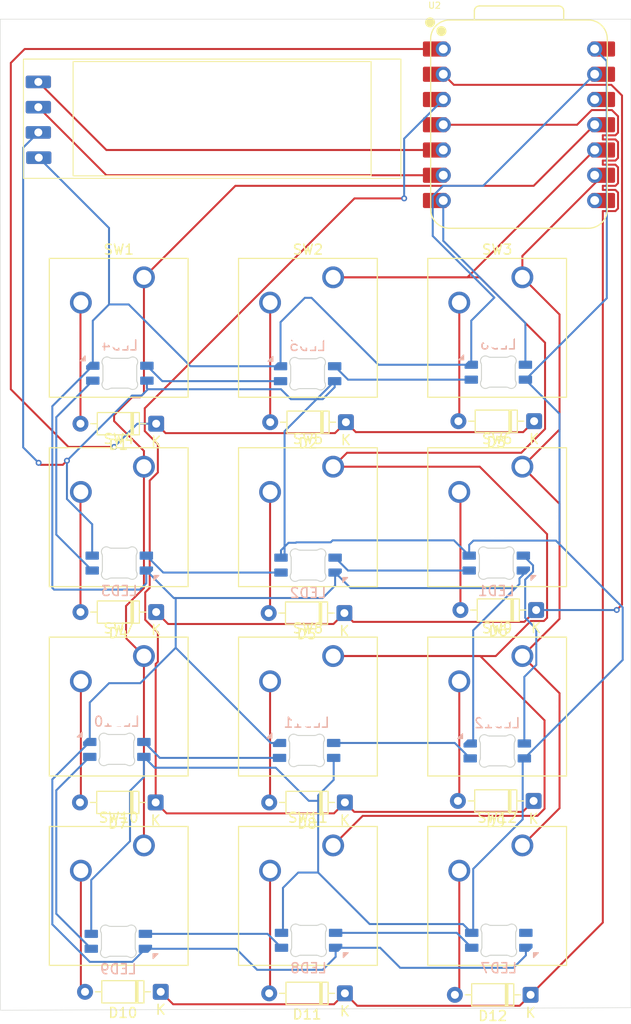
<source format=kicad_pcb>
(kicad_pcb (version 20241229) (generator "pcbnew") (generator_version "9.0")
  (layers (0 "F.Cu" signal) (2 "B.Cu" signal) (13 "F.Paste" user) (15 "B.Paste" user) (5 "F.SilkS" user "F.Silkscreen") (7 "B.SilkS" user "B.Silkscreen") (1 "F.Mask" user) (3 "B.Mask" user) (25 "Edge.Cuts" user))
  (net 0 "")
  (net 1 "Net-(D1-A)")
  (net 2 "Net-(D2-A)")
  (net 3 "Net-(D3-A)")
  (net 4 "Net-(D4-A)")
  (net 5 "Net-(D5-A)")
  (net 6 "Net-(D6-A)")
  (net 7 "Net-(D7-A)")
  (net 8 "Net-(D8-A)")
  (net 9 "Net-(D9-A)")
  (net 10 "Net-(D10-A)")
  (net 11 "Net-(D11-A)")
  (net 12 "Net-(D12-A)")
  (net 13 "GND")
  (net 14 "SCL")
  (net 15 "SDA")
  (net 16 "+5V")
  (net 17 "R2")
  (net 18 "R1")
  (net 19 "C2")
  (net 20 "R0")
  (net 21 "R3")
  (net 22 "LED")
  (net 24 "C1")
  (net 25 "C0")
  (net 27 "Net-(LED5-DOUT)")
  (net 28 "Net-(LED4-DOUT)")
  (net 29 "Net-(LED8-DOUT)")
  (net 30 "Net-(LED7-DOUT)")
  (net 31 "Net-(LED10-DIN)")
  (net 32 "Net-(LED3-DOUT)")
  (net 33 "Net-(LED2-DOUT)")
  (net 34 "Net-(LED1-DOUT)")
  (net 35 "Net-(LED1-DIN)")
  (net 36 "Net-(LED10-DOUT)")
  (net 37 "Net-(LED11-DOUT)")
  (footprint "Diode_THT:D_DO-35_SOD27_P7.62mm_Horizontal" (layer "F.Cu") (at 148.438 125.5576 180)
    (property "Reference" "D8")
    (property "Value" "1N4148")
  )
  (footprint "Diode_THT:D_DO-35_SOD27_P7.62mm_Horizontal" (layer "F.Cu") (at 129.4388 87.4576 180)
    (property "Reference" "D1")
    (property "Value" "1N4148")
  )
  (footprint "Button_Switch_Keyboard:SW_Cherry_MX_1.00u_PCB" (layer "F.Cu") (at 147.2569 129.88195)
    (property "Reference" "SW11")
    (property "Value" "SW_Push")
  )
  (footprint "Button_Switch_Keyboard:SW_Cherry_MX_1.00u_PCB" (layer "F.Cu") (at 128.2069 91.78195)
    (property "Reference" "SW4")
    (property "Value" "SW_Push")
  )
  (footprint "Diode_THT:D_DO-35_SOD27_P7.62mm_Horizontal" (layer "F.Cu") (at 129.388 125.5576 180)
    (property "Reference" "D7")
    (property "Value" "1N4148")
  )
  (footprint "Button_Switch_Keyboard:SW_Cherry_MX_1.00u_PCB" (layer "F.Cu") (at 147.2569 110.83195)
    (property "Reference" "SW8")
    (property "Value" "SW_Push")
  )
  (footprint "Diode_THT:D_DO-35_SOD27_P7.62mm_Horizontal" (layer "F.Cu") (at 148.3872 106.5076 180)
    (property "Reference" "D5")
    (property "Value" "1N4148")
  )
  (footprint "Button_Switch_Keyboard:SW_Cherry_MX_1.00u_PCB" (layer "F.Cu") (at 128.2069 72.73195)
    (property "Reference" "SW1")
    (property "Value" "SW_Push")
  )
  (footprint "Diode_THT:D_DO-35_SOD27_P7.62mm_Horizontal" (layer "F.Cu") (at 148.5396 87.3052 180)
    (property "Reference" "D2")
    (property "Value" "1N4148")
  )
  (footprint "Diode_THT:D_DO-35_SOD27_P7.62mm_Horizontal" (layer "F.Cu") (at 148.438 144.76 180)
    (property "Reference" "D11")
    (property "Value" "1N4148")
  )
  (footprint "Button_Switch_Keyboard:SW_Cherry_MX_1.00u_PCB" (layer "F.Cu") (at 166.3069 72.73195)
    (property "Reference" "SW3")
    (property "Value" "SW_Push")
  )
  (footprint "Diode_THT:D_DO-35_SOD27_P7.62mm_Horizontal" (layer "F.Cu") (at 129.896 144.6076 180)
    (property "Reference" "D10")
    (property "Value" "1N4148")
  )
  (footprint "Diode_THT:D_DO-35_SOD27_P7.62mm_Horizontal" (layer "F.Cu") (at 167.1324 144.9124 180)
    (property "Reference" "D12")
    (property "Value" "1N4148")
  )
  (footprint "Diode_THT:D_DO-35_SOD27_P7.62mm_Horizontal" (layer "F.Cu") (at 167.4372 125.4052 180)
    (property "Reference" "D9")
    (property "Value" "1N4148")
  )
  (footprint "sad:XIAO-RP2040-DIP" (layer "F.Cu") (at 165.964 57.384)
    (property "Reference" "U2")
    (property "Value" "XIAO-RP2040-DIP")
  )
  (footprint "Button_Switch_Keyboard:SW_Cherry_MX_1.00u_PCB" (layer "F.Cu") (at 147.2569 72.73195)
    (property "Reference" "SW2")
    (property "Value" "SW_Push")
  )
  (footprint "Button_Switch_Keyboard:SW_Cherry_MX_1.00u_PCB" (layer "F.Cu") (at 166.3069 91.78195)
    (property "Reference" "SW6")
    (property "Value" "SW_Push")
  )
  (footprint "Diode_THT:D_DO-35_SOD27_P7.62mm_Horizontal" (layer "F.Cu") (at 129.4388 106.406 180)
    (property "Reference" "D4")
    (property "Value" "1N4148")
  )
  (footprint "Button_Switch_Keyboard:SW_Cherry_MX_1.00u_PCB" (layer "F.Cu") (at 147.2569 91.78195)
    (property "Reference" "SW5")
    (property "Value" "SW_Push")
  )
  (footprint "Diode_THT:D_DO-35_SOD27_P7.62mm_Horizontal" (layer "F.Cu") (at 167.6912 106.2028 180)
    (property "Reference" "D6")
    (property "Value" "1N4148")
  )
  (footprint "Button_Switch_Keyboard:SW_Cherry_MX_1.00u_PCB" (layer "F.Cu") (at 128.2069 110.83195)
    (property "Reference" "SW7")
    (property "Value" "SW_Push")
  )
  (footprint "Button_Switch_Keyboard:SW_Cherry_MX_1.00u_PCB" (layer "F.Cu") (at 166.3069 110.83195)
    (property "Reference" "SW9")
    (property "Value" "SW_Push")
  )
  (footprint "Button_Switch_Keyboard:SW_Cherry_MX_1.00u_PCB" (layer "F.Cu") (at 128.2069 129.88195)
    (property "Reference" "SW10")
    (property "Value" "SW_Push")
  )
  (footprint "Diode_THT:D_DO-35_SOD27_P7.62mm_Horizontal" (layer "F.Cu") (at 167.488 87.2036 180)
    (property "Reference" "D3")
    (property "Value" "1N4148")
  )
  (footprint "Button_Switch_Keyboard:SW_Cherry_MX_1.00u_PCB" (layer "F.Cu") (at 166.3069 129.88195)
    (property "Reference" "SW12")
    (property "Value" "SW_Push")
  )
  (footprint "Display:Adafruit_SSD1306" (layer "F.Cu") (at 116.076 62.776)
    (property "Reference" "OL1" (hide yes))
    (property "Value" "OLED" (hide yes))
  )
  (footprint "PCM_marbastlib-various:LED_6028R" (layer "B.Cu") (at 125.7812 82.3776)
    (property "Reference" "LED4")
    (property "Value" "SK6812MINI-E")
    (fp_line (start -1.699999 0.702843) (end -1.699999 -0.702841) (stroke (width 0.1)) (layer "Edge.Cuts"))
    (fp_line (start -0.794452 -1.499999) (end 0.794452 -1.499999) (stroke (width 0.1)) (layer "Edge.Cuts"))
    (fp_line (start 0.794452 1.5) (end -0.794453 1.5) (stroke (width 0.1)) (layer "Edge.Cuts"))
    (fp_line (start 1.699999 -0.702841) (end 1.699999 0.702843) (stroke (width 0.1)) (layer "Edge.Cuts"))
    (fp_arc (start -1.749484 -0.919719) (mid -1.712527 -0.814067) (end -1.699999 -0.702841) (stroke (width 0.1)) (layer "Edge.Cuts"))
    (fp_arc (start -1.749484 -0.919718) (mid -1.638072 -1.504034) (end -1.046711 -1.568298) (stroke (width 0.1)) (layer "Edge.Cuts"))
    (fp_arc (start -1.699999 0.702844) (mid -1.712527 0.814069) (end -1.749484 0.919721) (stroke (width 0.1)) (layer "Edge.Cuts"))
    (fp_arc (start -1.046711 1.568299) (mid -1.638071 1.504036) (end -1.749484 0.919721) (stroke (width 0.1)) (layer "Edge.Cuts"))
    (fp_arc (start -1.046711 1.568299) (mid -0.925123 1.517377) (end -0.794453 1.5) (stroke (width 0.1)) (layer "Edge.Cuts"))
    (fp_arc (start -0.794452 -1.499999) (mid -0.925123 -1.517376) (end -1.046711 -1.568298) (stroke (width 0.1)) (layer "Edge.Cuts"))
    (fp_arc (start 0.794453 1.500001) (mid 0.925123 1.517378) (end 1.046711 1.5683) (stroke (width 0.1)) (layer "Edge.Cuts"))
    (fp_arc (start 1.04671 -1.568298) (mid 0.925122 -1.517376) (end 0.794452 -1.499999) (stroke (width 0.1)) (layer "Edge.Cuts"))
    (fp_arc (start 1.046711 -1.568296) (mid 1.63807 -1.504033) (end 1.749484 -0.919719) (stroke (width 0.1)) (layer "Edge.Cuts"))
    (fp_arc (start 1.699999 -0.702842) (mid 1.712536 -0.814064) (end 1.749484 -0.919719) (stroke (width 0.1)) (layer "Edge.Cuts"))
    (fp_arc (start 1.749484 0.919721) (mid 1.638072 1.504036) (end 1.046711 1.5683) (stroke (width 0.1)) (layer "Edge.Cuts"))
    (fp_arc (start 1.749484 0.919721) (mid 1.712526 0.814069) (end 1.699999 0.702843) (stroke (width 0.1)) (layer "Edge.Cuts"))
  )
  (footprint "PCM_marbastlib-various:LED_6028R" (layer "B.Cu") (at 163.8871 82.275999)
    (property "Reference" "LED6")
    (property "Value" "SK6812MINI-E")
    (fp_line (start -1.699999 0.702843) (end -1.699999 -0.702841) (stroke (width 0.1)) (layer "Edge.Cuts"))
    (fp_line (start -0.794452 -1.499999) (end 0.794452 -1.499999) (stroke (width 0.1)) (layer "Edge.Cuts"))
    (fp_line (start 0.794452 1.5) (end -0.794453 1.5) (stroke (width 0.1)) (layer "Edge.Cuts"))
    (fp_line (start 1.699999 -0.702841) (end 1.699999 0.702843) (stroke (width 0.1)) (layer "Edge.Cuts"))
    (fp_arc (start -1.749484 -0.919719) (mid -1.712527 -0.814067) (end -1.699999 -0.702841) (stroke (width 0.1)) (layer "Edge.Cuts"))
    (fp_arc (start -1.749484 -0.919718) (mid -1.638072 -1.504034) (end -1.046711 -1.568298) (stroke (width 0.1)) (layer "Edge.Cuts"))
    (fp_arc (start -1.699999 0.702844) (mid -1.712527 0.814069) (end -1.749484 0.919721) (stroke (width 0.1)) (layer "Edge.Cuts"))
    (fp_arc (start -1.046711 1.568299) (mid -1.638071 1.504036) (end -1.749484 0.919721) (stroke (width 0.1)) (layer "Edge.Cuts"))
    (fp_arc (start -1.046711 1.568299) (mid -0.925123 1.517377) (end -0.794453 1.5) (stroke (width 0.1)) (layer "Edge.Cuts"))
    (fp_arc (start -0.794452 -1.499999) (mid -0.925123 -1.517376) (end -1.046711 -1.568298) (stroke (width 0.1)) (layer "Edge.Cuts"))
    (fp_arc (start 0.794453 1.500001) (mid 0.925123 1.517378) (end 1.046711 1.5683) (stroke (width 0.1)) (layer "Edge.Cuts"))
    (fp_arc (start 1.04671 -1.568298) (mid 0.925122 -1.517376) (end 0.794452 -1.499999) (stroke (width 0.1)) (layer "Edge.Cuts"))
    (fp_arc (start 1.046711 -1.568296) (mid 1.63807 -1.504033) (end 1.749484 -0.919719) (stroke (width 0.1)) (layer "Edge.Cuts"))
    (fp_arc (start 1.699999 -0.702842) (mid 1.712536 -0.814064) (end 1.749484 -0.919719) (stroke (width 0.1)) (layer "Edge.Cuts"))
    (fp_arc (start 1.749484 0.919721) (mid 1.638072 1.504036) (end 1.046711 1.5683) (stroke (width 0.1)) (layer "Edge.Cuts"))
    (fp_arc (start 1.749484 0.919721) (mid 1.712526 0.814069) (end 1.699999 0.702843) (stroke (width 0.1)) (layer "Edge.Cuts"))
  )
  (footprint "PCM_marbastlib-various:LED_6028R" (layer "B.Cu") (at 163.678 101.4784 180)
    (property "Reference" "LED1")
    (property "Value" "SK6812MINI-E")
    (fp_line (start 1.699999 -0.702841) (end 1.699999 0.702843) (stroke (width 0.1)) (layer "Edge.Cuts"))
    (fp_line (start 0.794452 1.5) (end -0.794453 1.5) (stroke (width 0.1)) (layer "Edge.Cuts"))
    (fp_line (start -0.794452 -1.499999) (end 0.794452 -1.499999) (stroke (width 0.1)) (layer "Edge.Cuts"))
    (fp_line (start -1.699999 0.702843) (end -1.699999 -0.702841) (stroke (width 0.1)) (layer "Edge.Cuts"))
    (fp_arc (start 1.749484 0.919721) (mid 1.712526 0.814069) (end 1.699999 0.702843) (stroke (width 0.1)) (layer "Edge.Cuts"))
    (fp_arc (start 1.749484 0.919721) (mid 1.638072 1.504036) (end 1.046711 1.5683) (stroke (width 0.1)) (layer "Edge.Cuts"))
    (fp_arc (start 1.699999 -0.702842) (mid 1.712536 -0.814064) (end 1.749484 -0.919719) (stroke (width 0.1)) (layer "Edge.Cuts"))
    (fp_arc (start 1.046711 -1.568296) (mid 1.63807 -1.504033) (end 1.749484 -0.919719) (stroke (width 0.1)) (layer "Edge.Cuts"))
    (fp_arc (start 1.04671 -1.568298) (mid 0.925122 -1.517376) (end 0.794452 -1.499999) (stroke (width 0.1)) (layer "Edge.Cuts"))
    (fp_arc (start 0.794453 1.500001) (mid 0.925123 1.517378) (end 1.046711 1.5683) (stroke (width 0.1)) (layer "Edge.Cuts"))
    (fp_arc (start -0.794452 -1.499999) (mid -0.925123 -1.517376) (end -1.046711 -1.568298) (stroke (width 0.1)) (layer "Edge.Cuts"))
    (fp_arc (start -1.046711 1.568299) (mid -0.925123 1.517377) (end -0.794453 1.5) (stroke (width 0.1)) (layer "Edge.Cuts"))
    (fp_arc (start -1.046711 1.568299) (mid -1.638071 1.504036) (end -1.749484 0.919721) (stroke (width 0.1)) (layer "Edge.Cuts"))
    (fp_arc (start -1.699999 0.702844) (mid -1.712527 0.814069) (end -1.749484 0.919721) (stroke (width 0.1)) (layer "Edge.Cuts"))
    (fp_arc (start -1.749484 -0.919718) (mid -1.638072 -1.504034) (end -1.046711 -1.568298) (stroke (width 0.1)) (layer "Edge.Cuts"))
    (fp_arc (start -1.749484 -0.919719) (mid -1.712527 -0.814067) (end -1.699999 -0.702841) (stroke (width 0.1)) (layer "Edge.Cuts"))
  )
  (footprint "PCM_marbastlib-various:LED_6028R" (layer "B.Cu") (at 125.4764 120.2236)
    (property "Reference" "LED10")
    (property "Value" "SK6812MINI-E")
    (fp_line (start -1.699999 0.702843) (end -1.699999 -0.702841) (stroke (width 0.1)) (layer "Edge.Cuts"))
    (fp_line (start -0.794452 -1.499999) (end 0.794452 -1.499999) (stroke (width 0.1)) (layer "Edge.Cuts"))
    (fp_line (start 0.794452 1.5) (end -0.794453 1.5) (stroke (width 0.1)) (layer "Edge.Cuts"))
    (fp_line (start 1.699999 -0.702841) (end 1.699999 0.702843) (stroke (width 0.1)) (layer "Edge.Cuts"))
    (fp_arc (start -1.749484 -0.919719) (mid -1.712527 -0.814067) (end -1.699999 -0.702841) (stroke (width 0.1)) (layer "Edge.Cuts"))
    (fp_arc (start -1.749484 -0.919718) (mid -1.638072 -1.504034) (end -1.046711 -1.568298) (stroke (width 0.1)) (layer "Edge.Cuts"))
    (fp_arc (start -1.699999 0.702844) (mid -1.712527 0.814069) (end -1.749484 0.919721) (stroke (width 0.1)) (layer "Edge.Cuts"))
    (fp_arc (start -1.046711 1.568299) (mid -1.638071 1.504036) (end -1.749484 0.919721) (stroke (width 0.1)) (layer "Edge.Cuts"))
    (fp_arc (start -1.046711 1.568299) (mid -0.925123 1.517377) (end -0.794453 1.5) (stroke (width 0.1)) (layer "Edge.Cuts"))
    (fp_arc (start -0.794452 -1.499999) (mid -0.925123 -1.517376) (end -1.046711 -1.568298) (stroke (width 0.1)) (layer "Edge.Cuts"))
    (fp_arc (start 0.794453 1.500001) (mid 0.925123 1.517378) (end 1.046711 1.5683) (stroke (width 0.1)) (layer "Edge.Cuts"))
    (fp_arc (start 1.04671 -1.568298) (mid 0.925122 -1.517376) (end 0.794452 -1.499999) (stroke (width 0.1)) (layer "Edge.Cuts"))
    (fp_arc (start 1.046711 -1.568296) (mid 1.63807 -1.504033) (end 1.749484 -0.919719) (stroke (width 0.1)) (layer "Edge.Cuts"))
    (fp_arc (start 1.699999 -0.702842) (mid 1.712536 -0.814064) (end 1.749484 -0.919719) (stroke (width 0.1)) (layer "Edge.Cuts"))
    (fp_arc (start 1.749484 0.919721) (mid 1.638072 1.504036) (end 1.046711 1.5683) (stroke (width 0.1)) (layer "Edge.Cuts"))
    (fp_arc (start 1.749484 0.919721) (mid 1.712526 0.814069) (end 1.699999 0.702843) (stroke (width 0.1)) (layer "Edge.Cuts"))
  )
  (footprint "PCM_marbastlib-various:LED_6028R" (layer "B.Cu") (at 144.5831 120.325199)
    (property "Reference" "LED11")
    (property "Value" "SK6812MINI-E")
    (fp_line (start -1.699999 0.702843) (end -1.699999 -0.702841) (stroke (width 0.1)) (layer "Edge.Cuts"))
    (fp_line (start -0.794452 -1.499999) (end 0.794452 -1.499999) (stroke (width 0.1)) (layer "Edge.Cuts"))
    (fp_line (start 0.794452 1.5) (end -0.794453 1.5) (stroke (width 0.1)) (layer "Edge.Cuts"))
    (fp_line (start 1.699999 -0.702841) (end 1.699999 0.702843) (stroke (width 0.1)) (layer "Edge.Cuts"))
    (fp_arc (start -1.749484 -0.919719) (mid -1.712527 -0.814067) (end -1.699999 -0.702841) (stroke (width 0.1)) (layer "Edge.Cuts"))
    (fp_arc (start -1.749484 -0.919718) (mid -1.638072 -1.504034) (end -1.046711 -1.568298) (stroke (width 0.1)) (layer "Edge.Cuts"))
    (fp_arc (start -1.699999 0.702844) (mid -1.712527 0.814069) (end -1.749484 0.919721) (stroke (width 0.1)) (layer "Edge.Cuts"))
    (fp_arc (start -1.046711 1.568299) (mid -1.638071 1.504036) (end -1.749484 0.919721) (stroke (width 0.1)) (layer "Edge.Cuts"))
    (fp_arc (start -1.046711 1.568299) (mid -0.925123 1.517377) (end -0.794453 1.5) (stroke (width 0.1)) (layer "Edge.Cuts"))
    (fp_arc (start -0.794452 -1.499999) (mid -0.925123 -1.517376) (end -1.046711 -1.568298) (stroke (width 0.1)) (layer "Edge.Cuts"))
    (fp_arc (start 0.794453 1.500001) (mid 0.925123 1.517378) (end 1.046711 1.5683) (stroke (width 0.1)) (layer "Edge.Cuts"))
    (fp_arc (start 1.04671 -1.568298) (mid 0.925122 -1.517376) (end 0.794452 -1.499999) (stroke (width 0.1)) (layer "Edge.Cuts"))
    (fp_arc (start 1.046711 -1.568296) (mid 1.63807 -1.504033) (end 1.749484 -0.919719) (stroke (width 0.1)) (layer "Edge.Cuts"))
    (fp_arc (start 1.699999 -0.702842) (mid 1.712536 -0.814064) (end 1.749484 -0.919719) (stroke (width 0.1)) (layer "Edge.Cuts"))
    (fp_arc (start 1.749484 0.919721) (mid 1.638072 1.504036) (end 1.046711 1.5683) (stroke (width 0.1)) (layer "Edge.Cuts"))
    (fp_arc (start 1.749484 0.919721) (mid 1.712526 0.814069) (end 1.699999 0.702843) (stroke (width 0.1)) (layer "Edge.Cuts"))
  )
  (footprint "PCM_marbastlib-various:LED_6028R" (layer "B.Cu") (at 125.7245 101.478401 180)
    (property "Reference" "LED3")
    (property "Value" "SK6812MINI-E")
    (fp_line (start 1.699999 -0.702841) (end 1.699999 0.702843) (stroke (width 0.1)) (layer "Edge.Cuts"))
    (fp_line (start 0.794452 1.5) (end -0.794453 1.5) (stroke (width 0.1)) (layer "Edge.Cuts"))
    (fp_line (start -0.794452 -1.499999) (end 0.794452 -1.499999) (stroke (width 0.1)) (layer "Edge.Cuts"))
    (fp_line (start -1.699999 0.702843) (end -1.699999 -0.702841) (stroke (width 0.1)) (layer "Edge.Cuts"))
    (fp_arc (start 1.749484 0.919721) (mid 1.712526 0.814069) (end 1.699999 0.702843) (stroke (width 0.1)) (layer "Edge.Cuts"))
    (fp_arc (start 1.749484 0.919721) (mid 1.638072 1.504036) (end 1.046711 1.5683) (stroke (width 0.1)) (layer "Edge.Cuts"))
    (fp_arc (start 1.699999 -0.702842) (mid 1.712536 -0.814064) (end 1.749484 -0.919719) (stroke (width 0.1)) (layer "Edge.Cuts"))
    (fp_arc (start 1.046711 -1.568296) (mid 1.63807 -1.504033) (end 1.749484 -0.919719) (stroke (width 0.1)) (layer "Edge.Cuts"))
    (fp_arc (start 1.04671 -1.568298) (mid 0.925122 -1.517376) (end 0.794452 -1.499999) (stroke (width 0.1)) (layer "Edge.Cuts"))
    (fp_arc (start 0.794453 1.500001) (mid 0.925123 1.517378) (end 1.046711 1.5683) (stroke (width 0.1)) (layer "Edge.Cuts"))
    (fp_arc (start -0.794452 -1.499999) (mid -0.925123 -1.517376) (end -1.046711 -1.568298) (stroke (width 0.1)) (layer "Edge.Cuts"))
    (fp_arc (start -1.046711 1.568299) (mid -0.925123 1.517377) (end -0.794453 1.5) (stroke (width 0.1)) (layer "Edge.Cuts"))
    (fp_arc (start -1.046711 1.568299) (mid -1.638071 1.504036) (end -1.749484 0.919721) (stroke (width 0.1)) (layer "Edge.Cuts"))
    (fp_arc (start -1.699999 0.702844) (mid -1.712527 0.814069) (end -1.749484 0.919721) (stroke (width 0.1)) (layer "Edge.Cuts"))
    (fp_arc (start -1.749484 -0.919718) (mid -1.638072 -1.504034) (end -1.046711 -1.568298) (stroke (width 0.1)) (layer "Edge.Cuts"))
    (fp_arc (start -1.749484 -0.919719) (mid -1.712527 -0.814067) (end -1.699999 -0.702841) (stroke (width 0.1)) (layer "Edge.Cuts"))
  )
  (footprint "PCM_marbastlib-various:LED_6028R" (layer "B.Cu") (at 144.6847 82.428399)
    (property "Reference" "LED5")
    (property "Value" "SK6812MINI-E")
    (fp_line (start -1.699999 0.702843) (end -1.699999 -0.702841) (stroke (width 0.1)) (layer "Edge.Cuts"))
    (fp_line (start -0.794452 -1.499999) (end 0.794452 -1.499999) (stroke (width 0.1)) (layer "Edge.Cuts"))
    (fp_line (start 0.794452 1.5) (end -0.794453 1.5) (stroke (width 0.1)) (layer "Edge.Cuts"))
    (fp_line (start 1.699999 -0.702841) (end 1.699999 0.702843) (stroke (width 0.1)) (layer "Edge.Cuts"))
    (fp_arc (start -1.749484 -0.919719) (mid -1.712527 -0.814067) (end -1.699999 -0.702841) (stroke (width 0.1)) (layer "Edge.Cuts"))
    (fp_arc (start -1.749484 -0.919718) (mid -1.638072 -1.504034) (end -1.046711 -1.568298) (stroke (width 0.1)) (layer "Edge.Cuts"))
    (fp_arc (start -1.699999 0.702844) (mid -1.712527 0.814069) (end -1.749484 0.919721) (stroke (width 0.1)) (layer "Edge.Cuts"))
    (fp_arc (start -1.046711 1.568299) (mid -1.638071 1.504036) (end -1.749484 0.919721) (stroke (width 0.1)) (layer "Edge.Cuts"))
    (fp_arc (start -1.046711 1.568299) (mid -0.925123 1.517377) (end -0.794453 1.5) (stroke (width 0.1)) (layer "Edge.Cuts"))
    (fp_arc (start -0.794452 -1.499999) (mid -0.925123 -1.517376) (end -1.046711 -1.568298) (stroke (width 0.1)) (layer "Edge.Cuts"))
    (fp_arc (start 0.794453 1.500001) (mid 0.925123 1.517378) (end 1.046711 1.5683) (stroke (width 0.1)) (layer "Edge.Cuts"))
    (fp_arc (start 1.04671 -1.568298) (mid 0.925122 -1.517376) (end 0.794452 -1.499999) (stroke (width 0.1)) (layer "Edge.Cuts"))
    (fp_arc (start 1.046711 -1.568296) (mid 1.63807 -1.504033) (end 1.749484 -0.919719) (stroke (width 0.1)) (layer "Edge.Cuts"))
    (fp_arc (start 1.699999 -0.702842) (mid 1.712536 -0.814064) (end 1.749484 -0.919719) (stroke (width 0.1)) (layer "Edge.Cuts"))
    (fp_arc (start 1.749484 0.919721) (mid 1.638072 1.504036) (end 1.046711 1.5683) (stroke (width 0.1)) (layer "Edge.Cuts"))
    (fp_arc (start 1.749484 0.919721) (mid 1.712526 0.814069) (end 1.699999 0.702843) (stroke (width 0.1)) (layer "Edge.Cuts"))
  )
  (footprint "PCM_marbastlib-various:LED_6028R" (layer "B.Cu") (at 163.7796 120.376)
    (property "Reference" "LED12")
    (property "Value" "SK6812MINI-E")
    (fp_line (start -1.699999 0.702843) (end -1.699999 -0.702841) (stroke (width 0.1)) (layer "Edge.Cuts"))
    (fp_line (start -0.794452 -1.499999) (end 0.794452 -1.499999) (stroke (width 0.1)) (layer "Edge.Cuts"))
    (fp_line (start 0.794452 1.5) (end -0.794453 1.5) (stroke (width 0.1)) (layer "Edge.Cuts"))
    (fp_line (start 1.699999 -0.702841) (end 1.699999 0.702843) (stroke (width 0.1)) (layer "Edge.Cuts"))
    (fp_arc (start -1.749484 -0.919719) (mid -1.712527 -0.814067) (end -1.699999 -0.702841) (stroke (width 0.1)) (layer "Edge.Cuts"))
    (fp_arc (start -1.749484 -0.919718) (mid -1.638072 -1.504034) (end -1.046711 -1.568298) (stroke (width 0.1)) (layer "Edge.Cuts"))
    (fp_arc (start -1.699999 0.702844) (mid -1.712527 0.814069) (end -1.749484 0.919721) (stroke (width 0.1)) (layer "Edge.Cuts"))
    (fp_arc (start -1.046711 1.568299) (mid -1.638071 1.504036) (end -1.749484 0.919721) (stroke (width 0.1)) (layer "Edge.Cuts"))
    (fp_arc (start -1.046711 1.568299) (mid -0.925123 1.517377) (end -0.794453 1.5) (stroke (width 0.1)) (layer "Edge.Cuts"))
    (fp_arc (start -0.794452 -1.499999) (mid -0.925123 -1.517376) (end -1.046711 -1.568298) (stroke (width 0.1)) (layer "Edge.Cuts"))
    (fp_arc (start 0.794453 1.500001) (mid 0.925123 1.517378) (end 1.046711 1.5683) (stroke (width 0.1)) (layer "Edge.Cuts"))
    (fp_arc (start 1.04671 -1.568298) (mid 0.925122 -1.517376) (end 0.794452 -1.499999) (stroke (width 0.1)) (layer "Edge.Cuts"))
    (fp_arc (start 1.046711 -1.568296) (mid 1.63807 -1.504033) (end 1.749484 -0.919719) (stroke (width 0.1)) (layer "Edge.Cuts"))
    (fp_arc (start 1.699999 -0.702842) (mid 1.712536 -0.814064) (end 1.749484 -0.919719) (stroke (width 0.1)) (layer "Edge.Cuts"))
    (fp_arc (start 1.749484 0.919721) (mid 1.638072 1.504036) (end 1.046711 1.5683) (stroke (width 0.1)) (layer "Edge.Cuts"))
    (fp_arc (start 1.749484 0.919721) (mid 1.712526 0.814069) (end 1.699999 0.702843) (stroke (width 0.1)) (layer "Edge.Cuts"))
  )
  (footprint "PCM_marbastlib-various:LED_6028R" (layer "B.Cu") (at 125.6288 139.5276 180)
    (property "Reference" "LED9")
    (property "Value" "SK6812MINI-E")
    (fp_line (start 1.699999 -0.702841) (end 1.699999 0.702843) (stroke (width 0.1)) (layer "Edge.Cuts"))
    (fp_line (start 0.794452 1.5) (end -0.794453 1.5) (stroke (width 0.1)) (layer "Edge.Cuts"))
    (fp_line (start -0.794452 -1.499999) (end 0.794452 -1.499999) (stroke (width 0.1)) (layer "Edge.Cuts"))
    (fp_line (start -1.699999 0.702843) (end -1.699999 -0.702841) (stroke (width 0.1)) (layer "Edge.Cuts"))
    (fp_arc (start 1.749484 0.919721) (mid 1.712526 0.814069) (end 1.699999 0.702843) (stroke (width 0.1)) (layer "Edge.Cuts"))
    (fp_arc (start 1.749484 0.919721) (mid 1.638072 1.504036) (end 1.046711 1.5683) (stroke (width 0.1)) (layer "Edge.Cuts"))
    (fp_arc (start 1.699999 -0.702842) (mid 1.712536 -0.814064) (end 1.749484 -0.919719) (stroke (width 0.1)) (layer "Edge.Cuts"))
    (fp_arc (start 1.046711 -1.568296) (mid 1.63807 -1.504033) (end 1.749484 -0.919719) (stroke (width 0.1)) (layer "Edge.Cuts"))
    (fp_arc (start 1.04671 -1.568298) (mid 0.925122 -1.517376) (end 0.794452 -1.499999) (stroke (width 0.1)) (layer "Edge.Cuts"))
    (fp_arc (start 0.794453 1.500001) (mid 0.925123 1.517378) (end 1.046711 1.5683) (stroke (width 0.1)) (layer "Edge.Cuts"))
    (fp_arc (start -0.794452 -1.499999) (mid -0.925123 -1.517376) (end -1.046711 -1.568298) (stroke (width 0.1)) (layer "Edge.Cuts"))
    (fp_arc (start -1.046711 1.568299) (mid -0.925123 1.517377) (end -0.794453 1.5) (stroke (width 0.1)) (layer "Edge.Cuts"))
    (fp_arc (start -1.046711 1.568299) (mid -1.638071 1.504036) (end -1.749484 0.919721) (stroke (width 0.1)) (layer "Edge.Cuts"))
    (fp_arc (start -1.699999 0.702844) (mid -1.712527 0.814069) (end -1.749484 0.919721) (stroke (width 0.1)) (layer "Edge.Cuts"))
    (fp_arc (start -1.749484 -0.919718) (mid -1.638072 -1.504034) (end -1.046711 -1.568298) (stroke (width 0.1)) (layer "Edge.Cuts"))
    (fp_arc (start -1.749484 -0.919719) (mid -1.712527 -0.814067) (end -1.699999 -0.702841) (stroke (width 0.1)) (layer "Edge.Cuts"))
  )
  (footprint "PCM_marbastlib-various:LED_6028R" (layer "B.Cu") (at 163.932 139.426 180)
    (property "Reference" "LED7")
    (property "Value" "SK6812MINI-E")
    (fp_line (start 1.699999 -0.702841) (end 1.699999 0.702843) (stroke (width 0.1)) (layer "Edge.Cuts"))
    (fp_line (start 0.794452 1.5) (end -0.794453 1.5) (stroke (width 0.1)) (layer "Edge.Cuts"))
    (fp_line (start -0.794452 -1.499999) (end 0.794452 -1.499999) (stroke (width 0.1)) (layer "Edge.Cuts"))
    (fp_line (start -1.699999 0.702843) (end -1.699999 -0.702841) (stroke (width 0.1)) (layer "Edge.Cuts"))
    (fp_arc (start 1.749484 0.919721) (mid 1.712526 0.814069) (end 1.699999 0.702843) (stroke (width 0.1)) (layer "Edge.Cuts"))
    (fp_arc (start 1.749484 0.919721) (mid 1.638072 1.504036) (end 1.046711 1.5683) (stroke (width 0.1)) (layer "Edge.Cuts"))
    (fp_arc (start 1.699999 -0.702842) (mid 1.712536 -0.814064) (end 1.749484 -0.919719) (stroke (width 0.1)) (layer "Edge.Cuts"))
    (fp_arc (start 1.046711 -1.568296) (mid 1.63807 -1.504033) (end 1.749484 -0.919719) (stroke (width 0.1)) (layer "Edge.Cuts"))
    (fp_arc (start 1.04671 -1.568298) (mid 0.925122 -1.517376) (end 0.794452 -1.499999) (stroke (width 0.1)) (layer "Edge.Cuts"))
    (fp_arc (start 0.794453 1.500001) (mid 0.925123 1.517378) (end 1.046711 1.5683) (stroke (width 0.1)) (layer "Edge.Cuts"))
    (fp_arc (start -0.794452 -1.499999) (mid -0.925123 -1.517376) (end -1.046711 -1.568298) (stroke (width 0.1)) (layer "Edge.Cuts"))
    (fp_arc (start -1.046711 1.568299) (mid -0.925123 1.517377) (end -0.794453 1.5) (stroke (width 0.1)) (layer "Edge.Cuts"))
    (fp_arc (start -1.046711 1.568299) (mid -1.638071 1.504036) (end -1.749484 0.919721) (stroke (width 0.1)) (layer "Edge.Cuts"))
    (fp_arc (start -1.699999 0.702844) (mid -1.712527 0.814069) (end -1.749484 0.919721) (stroke (width 0.1)) (layer "Edge.Cuts"))
    (fp_arc (start -1.749484 -0.919718) (mid -1.638072 -1.504034) (end -1.046711 -1.568298) (stroke (width 0.1)) (layer "Edge.Cuts"))
    (fp_arc (start -1.749484 -0.919719) (mid -1.712527 -0.814067) (end -1.699999 -0.702841) (stroke (width 0.1)) (layer "Edge.Cuts"))
  )
  (footprint "PCM_marbastlib-various:LED_6028R" (layer "B.Cu") (at 144.7296 101.6816 180)
    (property "Reference" "LED2")
    (property "Value" "SK6812MINI-E")
    (fp_line (start 1.699999 -0.702841) (end 1.699999 0.702843) (stroke (width 0.1)) (layer "Edge.Cuts"))
    (fp_line (start 0.794452 1.5) (end -0.794453 1.5) (stroke (width 0.1)) (layer "Edge.Cuts"))
    (fp_line (start -0.794452 -1.499999) (end 0.794452 -1.499999) (stroke (width 0.1)) (layer "Edge.Cuts"))
    (fp_line (start -1.699999 0.702843) (end -1.699999 -0.702841) (stroke (width 0.1)) (layer "Edge.Cuts"))
    (fp_arc (start 1.749484 0.919721) (mid 1.712526 0.814069) (end 1.699999 0.702843) (stroke (width 0.1)) (layer "Edge.Cuts"))
    (fp_arc (start 1.749484 0.919721) (mid 1.638072 1.504036) (end 1.046711 1.5683) (stroke (width 0.1)) (layer "Edge.Cuts"))
    (fp_arc (start 1.699999 -0.702842) (mid 1.712536 -0.814064) (end 1.749484 -0.919719) (stroke (width 0.1)) (layer "Edge.Cuts"))
    (fp_arc (start 1.046711 -1.568296) (mid 1.63807 -1.504033) (end 1.749484 -0.919719) (stroke (width 0.1)) (layer "Edge.Cuts"))
    (fp_arc (start 1.04671 -1.568298) (mid 0.925122 -1.517376) (end 0.794452 -1.499999) (stroke (width 0.1)) (layer "Edge.Cuts"))
    (fp_arc (start 0.794453 1.500001) (mid 0.925123 1.517378) (end 1.046711 1.5683) (stroke (width 0.1)) (layer "Edge.Cuts"))
    (fp_arc (start -0.794452 -1.499999) (mid -0.925123 -1.517376) (end -1.046711 -1.568298) (stroke (width 0.1)) (layer "Edge.Cuts"))
    (fp_arc (start -1.046711 1.568299) (mid -0.925123 1.517377) (end -0.794453 1.5) (stroke (width 0.1)) (layer "Edge.Cuts"))
    (fp_arc (start -1.046711 1.568299) (mid -1.638071 1.504036) (end -1.749484 0.919721) (stroke (width 0.1)) (layer "Edge.Cuts"))
    (fp_arc (start -1.699999 0.702844) (mid -1.712527 0.814069) (end -1.749484 0.919721) (stroke (width 0.1)) (layer "Edge.Cuts"))
    (fp_arc (start -1.749484 -0.919718) (mid -1.638072 -1.504034) (end -1.046711 -1.568298) (stroke (width 0.1)) (layer "Edge.Cuts"))
    (fp_arc (start -1.749484 -0.919719) (mid -1.712527 -0.814067) (end -1.699999 -0.702841) (stroke (width 0.1)) (layer "Edge.Cuts"))
  )
  (footprint "PCM_marbastlib-various:LED_6028R" (layer "B.Cu") (at 144.7804 139.426 180)
    (property "Reference" "LED8")
    (property "Value" "SK6812MINI-E")
    (fp_line (start 1.699999 -0.702841) (end 1.699999 0.702843) (stroke (width 0.1)) (layer "Edge.Cuts"))
    (fp_line (start 0.794452 1.5) (end -0.794453 1.5) (stroke (width 0.1)) (layer "Edge.Cuts"))
    (fp_line (start -0.794452 -1.499999) (end 0.794452 -1.499999) (stroke (width 0.1)) (layer "Edge.Cuts"))
    (fp_line (start -1.699999 0.702843) (end -1.699999 -0.702841) (stroke (width 0.1)) (layer "Edge.Cuts"))
    (fp_arc (start 1.749484 0.919721) (mid 1.712526 0.814069) (end 1.699999 0.702843) (stroke (width 0.1)) (layer "Edge.Cuts"))
    (fp_arc (start 1.749484 0.919721) (mid 1.638072 1.504036) (end 1.046711 1.5683) (stroke (width 0.1)) (layer "Edge.Cuts"))
    (fp_arc (start 1.699999 -0.702842) (mid 1.712536 -0.814064) (end 1.749484 -0.919719) (stroke (width 0.1)) (layer "Edge.Cuts"))
    (fp_arc (start 1.046711 -1.568296) (mid 1.63807 -1.504033) (end 1.749484 -0.919719) (stroke (width 0.1)) (layer "Edge.Cuts"))
    (fp_arc (start 1.04671 -1.568298) (mid 0.925122 -1.517376) (end 0.794452 -1.499999) (stroke (width 0.1)) (layer "Edge.Cuts"))
    (fp_arc (start 0.794453 1.500001) (mid 0.925123 1.517378) (end 1.046711 1.5683) (stroke (width 0.1)) (layer "Edge.Cuts"))
    (fp_arc (start -0.794452 -1.499999) (mid -0.925123 -1.517376) (end -1.046711 -1.568298) (stroke (width 0.1)) (layer "Edge.Cuts"))
    (fp_arc (start -1.046711 1.568299) (mid -0.925123 1.517377) (end -0.794453 1.5) (stroke (width 0.1)) (layer "Edge.Cuts"))
    (fp_arc (start -1.046711 1.568299) (mid -1.638071 1.504036) (end -1.749484 0.919721) (stroke (width 0.1)) (layer "Edge.Cuts"))
    (fp_arc (start -1.699999 0.702844) (mid -1.712527 0.814069) (end -1.749484 0.919721) (stroke (width 0.1)) (layer "Edge.Cuts"))
    (fp_arc (start -1.749484 -0.919718) (mid -1.638072 -1.504034) (end -1.046711 -1.568298) (stroke (width 0.1)) (layer "Edge.Cuts"))
    (fp_arc (start -1.749484 -0.919719) (mid -1.712527 -0.814067) (end -1.699999 -0.702841) (stroke (width 0.1)) (layer "Edge.Cuts"))
  )
  (gr_line (start 113.764414 146.46438) (end 177.2416 146.2032) (stroke (width 0.05)) (layer "Edge.Cuts"))
  (gr_line (start 177.2416 46.7668) (end 113.7416 46.7668) (stroke (width 0.05)) (layer "Edge.Cuts"))
  (gr_line (start 177.2416 146.2032) (end 177.2416 46.7668) (stroke (width 0.05)) (layer "Edge.Cuts"))
  (gr_line (start 113.7416 46.7668) (end 113.7644 146.4032) (stroke (width 0.05)) (layer "Edge.Cuts"))
  (segment (start 121.8188 75.31005) (end 121.8569 75.27195) (width 0.2) (layer "F.Cu") (net 1))
  (segment (start 121.8188 87.4576) (end 121.8188 75.31005) (width 0.2) (layer "F.Cu") (net 1))
  (segment (start 140.9196 75.28465) (end 140.9069 75.27195) (width 0.2) (layer "F.Cu") (net 2))
  (segment (start 140.9196 87.3052) (end 140.9196 75.28465) (width 0.2) (layer "F.Cu") (net 2))
  (segment (start 159.9569 87.1147) (end 159.868 87.2036) (width 0.2) (layer "F.Cu") (net 3))
  (segment (start 159.9569 75.27195) (end 159.9569 87.1147) (width 0.2) (layer "F.Cu") (net 3))
  (segment (start 121.8188 94.36005) (end 121.8569 94.32195) (width 0.2) (layer "F.Cu") (net 4))
  (segment (start 121.8188 106.406) (end 121.8188 94.36005) (width 0.2) (layer "F.Cu") (net 4))
  (segment (start 140.9069 106.3679) (end 140.9069 94.32195) (width 0.2) (layer "F.Cu") (net 5))
  (segment (start 140.7672 106.5076) (end 140.9069 106.3679) (width 0.2) (layer "F.Cu") (net 5))
  (segment (start 160.0712 94.43625) (end 159.9569 94.32195) (width 0.2) (layer "F.Cu") (net 6))
  (segment (start 160.0712 106.2028) (end 160.0712 94.43625) (width 0.2) (layer "F.Cu") (net 6))
  (segment (start 121.8569 125.4687) (end 121.8569 113.37195) (width 0.2) (layer "F.Cu") (net 7))
  (segment (start 121.768 125.5576) (end 121.8569 125.4687) (width 0.2) (layer "F.Cu") (net 7))
  (segment (start 140.9069 125.4687) (end 140.9069 113.37195) (width 0.2) (layer "F.Cu") (net 8))
  (segment (start 140.818 125.5576) (end 140.9069 125.4687) (width 0.2) (layer "F.Cu") (net 8))
  (segment (start 159.8172 125.4052) (end 159.9569 125.2655) (width 0.2) (layer "F.Cu") (net 9))
  (segment (start 159.9569 125.2655) (end 159.9569 113.37195) (width 0.2) (layer "F.Cu") (net 9))
  (segment (start 121.8569 144.1885) (end 122.276 144.6076) (width 0.2) (layer "F.Cu") (net 10))
  (segment (start 121.8569 132.42195) (end 121.8569 144.1885) (width 0.2) (layer "F.Cu") (net 10))
  (segment (start 140.9069 144.6711) (end 140.818 144.76) (width 0.2) (layer "F.Cu") (net 11))
  (segment (start 140.9069 132.42195) (end 140.9069 144.6711) (width 0.2) (layer "F.Cu") (net 11))
  (segment (start 159.9569 144.4679) (end 159.9569 132.42195) (width 0.2) (layer "F.Cu") (net 12))
  (segment (start 159.5124 144.9124) (end 159.9569 144.4679) (width 0.2) (layer "F.Cu") (net 12))
  (segment (start 127.83665 113.56095) (end 124.693084 113.56095) (width 0.2) (layer "B.Cu") (net 13))
  (segment (start 146.2044 142.3932) (end 147.5054 141.0922) (width 0.2) (layer "B.Cu") (net 13))
  (segment (start 147.5054 141.0922) (end 147.5054 140.176) (width 0.2) (layer "B.Cu") (net 13))
  (segment (start 117.62 60.696) (end 124.693084 67.769084) (width 0.2) (layer "B.Cu") (net 13))
  (segment (start 162.361 63.527) (end 173.584 52.304) (width 0.2) (layer "B.Cu") (net 13))
  (segment (start 161.3579 119.3227) (end 161.3579 108.2397) (width 0.2) (layer "B.Cu") (net 13))
  (segment (start 147.5054 140.176) (end 151.9872 140.176) (width 0.2) (layer "B.Cu") (net 13))
  (segment (start 158.31769 63.527) (end 162.361 63.527) (width 0.2) (layer "B.Cu") (net 13))
  (segment (start 165.4044 142.1932) (end 166.657 140.9406) (width 0.2) (layer "B.Cu") (net 13))
  (segment (start 128.4495 103.503) (end 127.8044 104.1481) (width 0.2) (layer "B.Cu") (net 13))
  (segment (start 144.410834 74.7932) (end 141.9597 77.244334) (width 0.2) (layer "B.Cu") (net 13))
  (segment (start 131.214299 104.9932) (end 131.4044 104.9932) (width 0.2) (layer "B.Cu") (net 13))
  (segment (start 146.2044 104.9932) (end 147.4546 103.743) (width 0.2) (layer "B.Cu") (net 13))
  (segment (start 131.4044 109.9932) (end 140.986399 119.575199) (width 0.2) (layer "B.Cu") (net 13))
  (segment (start 163.48335 74.770684) (end 157.281 68.568334) (width 0.2) (layer "B.Cu") (net 13))
  (segment (start 141.9597 81.678399) (end 132.889599 81.678399) (width 0.2) (layer "B.Cu") (net 13))
  (segment (start 131.4044 104.9932) (end 146.2044 104.9932) (width 0.2) (layer "B.Cu") (net 13))
  (segment (start 122.7514 115.502634) (end 122.7514 119.4736) (width 0.2) (layer "B.Cu") (net 13))
  (segment (start 119.1593 104.1481) (end 118.9849 103.9737) (width 0.2) (layer "B.Cu") (net 13))
  (segment (start 118.9849 85.6989) (end 123.0562 81.6276) (width 0.2) (layer "B.Cu") (net 13))
  (segment (start 161.3579 108.2397) (end 165.6044 103.9932) (width 0.2) (layer "B.Cu") (net 13))
  (segment (start 127.0382 141.5932) (end 128.3538 140.2776) (width 0.2) (layer "B.Cu") (net 13))
  (segment (start 151.9872 140.176) (end 154.0044 142.1932) (width 0.2) (layer "B.Cu") (net 13))
  (segment (start 147.4546 103.743) (end 147.4546 102.4316) (width 0.2) (layer "B.Cu") (net 13))
  (segment (start 166.014213 103.027187) (end 166.014213 103.583387) (width 0.2) (layer "B.Cu") (net 13))
  (segment (start 118.9849 103.9737) (end 118.9849 85.6989) (width 0.2) (layer "B.Cu") (net 13))
  (segment (start 165.6044 103.9932) (end 149.0162 103.9932) (width 0.2) (layer "B.Cu") (net 13))
  (segment (start 126.67215 75.46095) (end 124.693084 75.46095) (width 0.2) (layer "B.Cu") (net 13))
  (segment (start 161.0546 119.626) (end 161.3579 119.3227) (width 0.2) (layer "B.Cu") (net 13))
  (segment (start 118.9849 137.823614) (end 122.754486 141.5932) (width 0.2) (layer "B.Cu") (net 13))
  (segment (start 124.693084 113.56095) (end 122.7514 115.502634) (width 0.2) (layer "B.Cu") (net 13))
  (segment (start 122.754486 141.5932) (end 127.0382 141.5932) (width 0.2) (layer "B.Cu") (net 13))
  (segment (start 132.889599 81.678399) (end 126.67215 75.46095) (width 0.2) (layer "B.Cu") (net 13))
  (segment (start 151.812479 81.525999) (end 145.07968 74.7932) (width 0.2) (layer "B.Cu") (net 13))
  (segment (start 154.0044 142.1932) (end 165.4044 142.1932) (width 0.2) (layer "B.Cu") (net 13))
  (segment (start 166.657 140.9406) (end 166.657 140.176) (width 0.2) (layer "B.Cu") (net 13))
  (segment (start 145.07968 74.7932) (end 144.410834 74.7932) (width 0.2) (layer "B.Cu") (net 13))
  (segment (start 131.4044 109.9932) (end 127.83665 113.56095) (width 0.2) (layer "B.Cu") (net 13))
  (segment (start 118.9849 123.2401) (end 118.9849 137.823614) (width 0.2) (layer "B.Cu") (net 13))
  (segment (start 124.693084 75.46095) (end 123.0562 77.097834) (width 0.2) (layer "B.Cu") (net 13))
  (segment (start 128.3538 140.2776) (end 137.4888 140.2776) (width 0.2) (layer "B.Cu") (net 13))
  (segment (start 161.1621 77.091934) (end 163.48335 74.770684) (width 0.2) (layer "B.Cu") (net 13))
  (segment (start 166.014213 103.583387) (end 165.6044 103.9932) (width 0.2) (layer "B.Cu") (net 13))
  (segment (start 128.4495 102.228401) (end 128.4495 103.503) (width 0.2) (layer "B.Cu") (net 13))
  (segment (start 131.4044 104.9932) (end 131.4044 109.9932) (width 0.2) (layer "B.Cu") (net 13))
  (segment (start 127.8044 104.1481) (end 119.1593 104.1481) (width 0.2) (layer "B.Cu") (net 13))
  (segment (start 161.1621 81.525999) (end 161.1621 77.091934) (width 0.2) (layer "B.Cu") (net 13))
  (segment (start 149.0162 103.9932) (end 147.4546 102.4316) (width 0.2) (layer "B.Cu") (net 13))
  (segment (start 124.693084 67.769084) (end 124.693084 75.46095) (width 0.2) (layer "B.Cu") (net 13))
  (segment (start 128.4495 102.228401) (end 128.2044 102.473501) (width 0.2) (layer "B.Cu") (net 13))
  (segment (start 157.281 64.56369) (end 158.31769 63.527) (width 0.2) (layer "B.Cu") (net 13))
  (segment (start 141.9597 77.244334) (end 141.9597 81.678399) (width 0.2) (layer "B.Cu") (net 13))
  (segment (start 122.7514 119.4736) (end 118.9849 123.2401) (width 0.2) (layer "B.Cu") (net 13))
  (segment (start 140.986399 119.575199) (end 141.8581 119.575199) (width 0.2) (layer "B.Cu") (net 13))
  (segment (start 157.281 68.568334) (end 157.281 64.56369) (width 0.2) (layer "B.Cu") (net 13))
  (segment (start 137.4888 140.2776) (end 139.6044 142.3932) (width 0.2) (layer "B.Cu") (net 13))
  (segment (start 166.403 102.2284) (end 166.403 102.6384) (width 0.2) (layer "B.Cu") (net 13))
  (segment (start 161.1621 81.525999) (end 151.812479 81.525999) (width 0.2) (layer "B.Cu") (net 13))
  (segment (start 166.403 102.6384) (end 166.014213 103.027187) (width 0.2) (layer "B.Cu") (net 13))
  (segment (start 128.4495 102.228401) (end 131.214299 104.9932) (width 0.2) (layer "B.Cu") (net 13))
  (segment (start 123.0562 77.097834) (end 123.0562 81.6276) (width 0.2) (layer "B.Cu") (net 13))
  (segment (start 139.6044 142.3932) (end 146.2044 142.3932) (width 0.2) (layer "B.Cu") (net 13))
  (segment (start 124.424 62.464) (end 117.576 55.616) (width 0.2) (layer "F.Cu") (net 14))
  (segment (start 157.044 62.464) (end 124.424 62.464) (width 0.2) (layer "F.Cu") (net 14))
  (segment (start 124.424 59.924) (end 157.044 59.924) (width 0.2) (layer "F.Cu") (net 15))
  (segment (start 117.576 53.076) (end 124.424 59.924) (width 0.2) (layer "F.Cu") (net 15))
  (segment (start 117.8044 91.5932) (end 120.0406 91.5932) (width 0.2) (layer "F.Cu") (net 16))
  (segment (start 117.6044 91.3932) (end 117.8044 91.5932) (width 0.2) (layer "F.Cu") (net 16))
  (segment (start 120.0406 91.5932) (end 120.4559 91.1779) (width 0.2) (layer "F.Cu") (net 16))
  (via (at 117.6044 91.3932) (size 0.6) (drill 0.3) (layers "F.Cu" "B.Cu") (net 16))
  (via (at 120.4559 91.1779) (size 0.6) (drill 0.3) (layers "F.Cu" "B.Cu") (net 16))
  (segment (start 142.3659 100.5703) (end 142.0046 100.9316) (width 0.2) (layer "B.Cu") (net 16))
  (segment (start 128.2014 122.9962) (end 128.2014 120.9736) (width 0.2) (layer "B.Cu") (net 16))
  (segment (start 143.501396 99.434804) (end 142.762796 99.434804) (width 0.2) (layer "B.Cu") (net 16))
  (segment (start 116.049 89.8378) (end 117.6044 91.3932) (width 0.2) (layer "B.Cu") (net 16))
  (segment (start 126.8059 129.454264) (end 126.8059 124.3917) (width 0.2) (layer "B.Cu") (net 16))
  (segment (start 169.676472 99.215329) (end 161.382271 99.215329) (width 0.2) (layer "B.Cu") (net 16))
  (segment (start 166.6121 83.025999) (end 170.0479 86.461799) (width 0.2) (layer "B.Cu") (net 16))
  (segment (start 161.3579 138.5251) (end 161.207 138.676) (width 0.2) (layer "B.Cu") (net 16))
  (segment (start 145.74743 124.85017) (end 147.3081 123.2895) (width 0.2) (layer "B.Cu") (net 16))
  (segment (start 142.0554 138.676) (end 142.2044 138.527) (width 0.2) (layer "B.Cu") (net 16))
  (segment (start 166.3362 121.2944) (end 166.3362 127.2614) (width 0.2) (layer "B.Cu") (net 16))
  (segment (start 142.3659 88.222199) (end 142.3659 100.5703) (width 0.2) (layer "B.Cu") (net 16))
  (segment (start 117.576 58.156) (end 116.049 59.683) (width 0.2) (layer "B.Cu") (net 16))
  (segment (start 142.0044 83.9932) (end 143.0044 84.9932) (width 0.2) (layer "B.Cu") (net 16))
  (segment (start 176.4054 111.2252) (end 176.4054 105.944257) (width 0.2) (layer "B.Cu") (net 16))
  (segment (start 142.2044 134.149634) (end 143.743084 132.61095) (width 0.2) (layer "B.Cu") (net 16))
  (segment (start 145.74743 132.61095) (end 145.74743 125.3932) (width 0.2) (layer "B.Cu") (net 16))
  (segment (start 170.0479 99.3497) (end 169.929371 99.468229) (width 0.2) (layer "B.Cu") (net 16))
  (segment (start 145.74743 125.3932) (end 145.74743 124.85017) (width 0.2) (layer "B.Cu") (net 16))
  (segment (start 116.049 59.683) (end 116.049 89.8378) (width 0.2) (layer "B.Cu") (net 16))
  (segment (start 127.009404 84.624396) (end 127.973204 84.624396) (width 0.2) (layer "B.Cu") (net 16))
  (segment (start 120.4559 91.1779) (end 127.009404 84.624396) (width 0.2) (layer "B.Cu") (net 16))
  (segment (start 169.929371 99.468229) (end 169.676472 99.215329) (width 0.2) (layer "B.Cu") (net 16))
  (segment (start 143.543 99.3932) (end 143.501396 99.434804) (width 0.2) (layer "B.Cu") (net 16))
  (segment (start 174.8044 74.833699) (end 174.8044 50.9844) (width 0.2) (layer "B.Cu") (net 16))
  (segment (start 161.3579 132.2397) (end 161.3579 138.5251) (width 0.2) (layer "B.Cu") (net 16))
  (segment (start 143.0044 84.9932) (end 146.2044 84.9932) (width 0.2) (layer "B.Cu") (net 16))
  (segment (start 129.2917 122.0639) (end 141.4751 122.0639) (width 0.2) (layer "B.Cu") (net 16))
  (segment (start 120.4559 95.03248) (end 120.4559 91.1779) (width 0.2) (layer "B.Cu") (net 16))
  (segment (start 147.2044 99.1932) (end 147.0044 99.3932) (width 0.2) (layer "B.Cu") (net 16))
  (segment (start 122.9038 138.7776) (end 122.9038 133.356364) (width 0.2) (layer "B.Cu") (net 16))
  (segment (start 174.8044 50.9844) (end 173.584 49.764) (width 0.2) (layer "B.Cu") (net 16))
  (segment (start 128.2014 120.9736) (end 129.2917 122.0639) (width 0.2) (layer "B.Cu") (net 16))
  (segment (start 143.743084 132.61095) (end 145.74743 132.61095) (width 0.2) (layer "B.Cu") (net 16))
  (segment (start 122.9038 133.356364) (end 126.8059 129.454264) (width 0.2) (layer "B.Cu") (net 16))
  (segment (start 147.4097 83.7879) (end 147.4097 83.178399) (width 0.2) (layer "B.Cu") (net 16))
  (segment (start 128.5062 83.895) (end 128.5062 83.1276) (width 0.2) (layer "B.Cu") (net 16))
  (segment (start 150.92968 137.7932) (end 160.3242 137.7932) (width 0.2) (layer "B.Cu") (net 16))
  (segment (start 147.3081 123.2895) (end 147.3081 121.075199) (width 0.2) (layer "B.Cu") (net 16))
  (segment (start 160.953 99.6446) (end 160.953 100.7284) (width 0.2) (layer "B.Cu") (net 16))
  (segment (start 166.3362 127.2614) (end 161.3579 132.2397) (width 0.2) (layer "B.Cu") (net 16))
  (segment (start 166.6121 83.025999) (end 174.8044 74.833699) (width 0.2) (layer "B.Cu") (net 16))
  (segment (start 160.953 100.7284) (end 159.4178 99.1932) (width 0.2) (layer "B.Cu") (net 16))
  (segment (start 142.2044 138.527) (end 142.2044 134.149634) (width 0.2) (layer "B.Cu") (net 16))
  (segment (start 144.8044 125.3932) (end 145.74743 125.3932) (width 0.2) (layer "B.Cu") (net 16))
  (segment (start 142.762796 99.434804) (end 142.0046 100.193) (width 0.2) (layer "B.Cu") (net 16))
  (segment (start 161.382271 99.215329) (end 160.953 99.6446) (width 0.2) (layer "B.Cu") (net 16))
  (segment (start 122.9995 97.57608) (end 120.4559 95.03248) (width 0.2) (layer "B.Cu") (net 16))
  (segment (start 126.8059 124.3917) (end 128.2014 122.9962) (width 0.2) (layer "B.Cu") (net 16))
  (segment (start 147.0044 99.3932) (end 143.543 99.3932) (width 0.2) (layer "B.Cu") (net 16))
  (segment (start 160.3242 137.7932) (end 161.207 138.676) (width 0.2) (layer "B.Cu") (net 16))
  (segment (start 142.0046 100.193) (end 142.0046 100.9316) (width 0.2) (layer "B.Cu") (net 16))
  (segment (start 170.0479 86.461799) (end 170.0479 99.3497) (width 0.2) (layer "B.Cu") (net 16))
  (segment (start 166.5046 121.126) (end 176.4054 111.2252) (width 0.2) (layer "B.Cu") (net 16))
  (segment (start 146.2044 84.9932) (end 147.4097 83.7879) (width 0.2) (layer "B.Cu") (net 16))
  (segment (start 128.6044 83.9932) (end 142.0044 83.9932) (width 0.2) (layer "B.Cu") (net 16))
  (segment (start 159.4178 99.1932) (end 147.2044 99.1932) (width 0.2) (layer "B.Cu") (net 16))
  (segment (start 122.9995 100.728401) (end 122.9995 97.57608) (width 0.2) (layer "B.Cu") (net 16))
  (segment (start 145.74743 132.61095) (end 150.92968 137.7932) (width 0.2) (layer "B.Cu") (net 16))
  (segment (start 141.4751 122.0639) (end 144.8044 125.3932) (width 0.2) (layer "B.Cu") (net 16))
  (segment (start 176.4054 105.944257) (end 169.929371 99.468229) (width 0.2) (layer "B.Cu") (net 16))
  (segment (start 166.5046 121.126) (end 166.3362 121.2944) (width 0.2) (layer "B.Cu") (net 16))
  (segment (start 147.4097 83.178399) (end 142.3659 88.222199) (width 0.2) (layer "B.Cu") (net 16))
  (segment (start 128.6044 83.9932) (end 128.5062 83.895) (width 0.2) (layer "B.Cu") (net 16))
  (segment (start 127.973204 84.624396) (end 128.6044 83.9932) (width 0.2) (layer "B.Cu") (net 16))
  (segment (start 129.6079 89.51286) (end 128.29045 88.19541) (width 0.2) (layer "F.Cu") (net 17))
  (segment (start 128.787214 103.977486) (end 128.787214 93.18295) (width 0.2) (layer "F.Cu") (net 17))
  (segment (start 129.388 111.632164) (end 129.6079 111.412264) (width 0.2) (layer "F.Cu") (net 17))
  (segment (start 129.6079 108.46126) (end 128.3378 107.19116) (width 0.2) (layer "F.Cu") (net 17))
  (segment (start 149.3866 126.5062) (end 166.3362 126.5062) (width 0.2) (layer "F.Cu") (net 17))
  (segment (start 148.438 125.5576) (end 149.3866 126.5062) (width 0.2) (layer "F.Cu") (net 17))
  (segment (start 129.6079 92.362264) (end 129.6079 89.51286) (width 0.2) (layer "F.Cu") (net 17))
  (segment (start 128.29045 88.19541) (end 128.29045 85.907086) (width 0.2) (layer "F.Cu") (net 17))
  (segment (start 166.3362 126.5062) (end 167.4372 125.4052) (width 0.2) (layer "F.Cu") (net 17))
  (segment (start 149.404336 64.7932) (end 154.4044 64.7932) (width 0.2) (layer "F.Cu") (net 17))
  (segment (start 128.3378 107.19116) (end 128.3378 104.4269) (width 0.2) (layer "F.Cu") (net 17))
  (segment (start 129.388 125.5576) (end 130.489 126.6586) (width 0.2) (layer "F.Cu") (net 17))
  (segment (start 128.29045 85.907086) (end 149.404336 64.7932) (width 0.2) (layer "F.Cu") (net 17))
  (segment (start 128.787214 93.18295) (end 129.6079 92.362264) (width 0.2) (layer "F.Cu") (net 17))
  (segment (start 128.3378 104.4269) (end 128.787214 103.977486) (width 0.2) (layer "F.Cu") (net 17))
  (segment (start 147.337 126.6586) (end 148.438 125.5576) (width 0.2) (layer "F.Cu") (net 17))
  (segment (start 129.388 125.5576) (end 129.388 111.632164) (width 0.2) (layer "F.Cu") (net 17))
  (segment (start 129.6079 111.412264) (end 129.6079 108.46126) (width 0.2) (layer "F.Cu") (net 17))
  (segment (start 130.489 126.6586) (end 147.337 126.6586) (width 0.2) (layer "F.Cu") (net 17))
  (via (at 154.4044 64.7932) (size 0.6) (drill 0.3) (layers "F.Cu" "B.Cu") (net 17))
  (segment (start 154.4044 58.7836) (end 158.344 54.844) (width 0.2) (layer "B.Cu") (net 17))
  (segment (start 154.4044 64.7932) (end 154.4044 58.7836) (width 0.2) (layer "B.Cu") (net 17))
  (segment (start 159.407 53.367) (end 158.344 52.304) (width 0.2) (layer "F.Cu") (net 18))
  (segment (start 166.5008 107.3932) (end 167.6912 106.2028) (width 0.2) (layer "F.Cu") (net 18))
  (segment (start 176.337 54.443374) (end 175.260626 53.367) (width 0.2) (layer "F.Cu") (net 18))
  (segment (start 176.337 105.6606) (end 176.337 54.443374) (width 0.2) (layer "F.Cu") (net 18))
  (segment (start 148.3872 106.5076) (end 149.2728 107.3932) (width 0.2) (layer "F.Cu") (net 18))
  (segment (start 149.2728 107.3932) (end 166.5008 107.3932) (width 0.2) (layer "F.Cu") (net 18))
  (segment (start 129.4388 106.406) (end 130.6414 107.6086) (width 0.2) (layer "F.Cu") (net 18))
  (segment (start 175.8044 106.1932) (end 176.337 105.6606) (width 0.2) (layer "F.Cu") (net 18))
  (segment (start 130.6414 107.6086) (end 147.2862 107.6086) (width 0.2) (layer "F.Cu") (net 18))
  (segment (start 175.260626 53.367) (end 159.407 53.367) (width 0.2) (layer "F.Cu") (net 18))
  (segment (start 147.2862 107.6086) (end 148.3872 106.5076) (width 0.2) (layer "F.Cu") (net 18))
  (via (at 175.8044 106.1932) (size 0.6) (drill 0.3) (layers "F.Cu" "B.Cu") (net 18))
  (segment (start 167.6912 106.2028) (end 175.5948 106.2028) (width 0.2) (layer "B.Cu") (net 18))
  (segment (start 175.6044 106.1932) (end 175.8044 106.1932) (width 0.2) (layer "B.Cu") (net 18))
  (segment (start 175.5948 106.2028) (end 175.6044 106.1932) (width 0.2) (layer "B.Cu") (net 18))
  (segment (start 170.0479 126.14095) (end 166.3069 129.88195) (width 0.2) (layer "F.Cu") (net 19))
  (segment (start 170.0479 95.52295) (end 170.0479 107.09095) (width 0.2) (layer "F.Cu") (net 19))
  (segment (start 166.3069 91.78195) (end 170.0479 88.04095) (width 0.2) (layer "F.Cu") (net 19))
  (segment (start 166.3069 110.83195) (end 170.0479 114.57295) (width 0.2) (layer "F.Cu") (net 19))
  (segment (start 166.3069 70.5761) (end 166.3069 72.73195) (width 0.2) (layer "F.Cu") (net 19))
  (segment (start 170.0479 107.09095) (end 166.3069 110.83195) (width 0.2) (layer "F.Cu") (net 19))
  (segment (start 170.0479 76.47295) (end 166.3069 72.73195) (width 0.2) (layer "F.Cu") (net 19))
  (segment (start 170.0479 88.04095) (end 170.0479 76.47295) (width 0.2) (layer "F.Cu") (net 19))
  (segment (start 166.3069 91.78195) (end 170.0479 95.52295) (width 0.2) (layer "F.Cu") (net 19))
  (segment (start 170.0479 114.57295) (end 170.0479 126.14095) (width 0.2) (layer "F.Cu") (net 19))
  (segment (start 174.419 62.464) (end 166.3069 70.5761) (width 0.2) (layer "F.Cu") (net 19))
  (segment (start 116.2044 49.764) (end 114.8044 51.164) (width 0.2) (layer "F.Cu") (net 20))
  (segment (start 149.539 88.3046) (end 166.387 88.3046) (width 0.2) (layer "F.Cu") (net 20))
  (segment (start 129.4388 87.4576) (end 130.3874 88.4062) (width 0.2) (layer "F.Cu") (net 20))
  (segment (start 158.344 49.764) (end 116.2044 49.764) (width 0.2) (layer "F.Cu") (net 20))
  (segment (start 120.6044 89.7932) (end 125.2044 89.7932) (width 0.2) (layer "F.Cu") (net 20))
  (segment (start 114.8044 83.9932) (end 120.6044 89.7932) (width 0.2) (layer "F.Cu") (net 20))
  (segment (start 166.387 88.3046) (end 167.488 87.2036) (width 0.2) (layer "F.Cu") (net 20))
  (segment (start 130.3874 88.4062) (end 147.4386 88.4062) (width 0.2) (layer "F.Cu") (net 20))
  (segment (start 114.8044 51.164) (end 114.8044 83.9932) (width 0.2) (layer "F.Cu") (net 20))
  (segment (start 148.5396 87.3052) (end 149.539 88.3046) (width 0.2) (layer "F.Cu") (net 20))
  (segment (start 147.4386 88.4062) (end 148.5396 87.3052) (width 0.2) (layer "F.Cu") (net 20))
  (via (at 125.2044 89.7932) (size 0.6) (drill 0.3) (layers "F.Cu" "B.Cu") (net 20))
  (segment (start 125.2044 89.7932) (end 127.54 87.4576) (width 0.2) (layer "B.Cu") (net 20))
  (segment (start 127.54 87.4576) (end 129.4388 87.4576) (width 0.2) (layer "B.Cu") (net 20))
  (segment (start 149.6914 146.0134) (end 148.438 144.76) (width 0.2) (layer "F.Cu") (net 21))
  (segment (start 131.1494 145.861) (end 129.896 144.6076) (width 0.2) (layer "F.Cu") (net 21))
  (segment (start 175.936 60.725626) (end 175.936 59.122374) (width 0.2) (layer "F.Cu") (net 21))
  (segment (start 147.337 145.861) (end 131.1494 145.861) (width 0.2) (layer "F.Cu") (net 21))
  (segment (start 175.3182 55.907) (end 173.2906 55.907) (width 0.2) (layer "F.Cu") (net 21))
  (segment (start 175.936 61.662374) (end 175.674626 61.401) (width 0.2) (layer "F.Cu") (net 21))
  (segment (start 175.936 65.805626) (end 175.936 64.202374) (width 0.2) (layer "F.Cu") (net 21))
  (segment (start 175.936 63.265626) (end 175.936 61.662374) (width 0.2) (layer "F.Cu") (net 21))
  (segment (start 175.674626 58.447) (end 175.936 58.185626) (width 0.2) (layer "F.Cu") (net 21))
  (segment (start 174.4044 137.6404) (end 174.4044 66.067) (width 0.2) (layer "F.Cu") (net 21))
  (segment (start 166.0314 146.0134) (end 149.6914 146.0134) (width 0.2) (layer "F.Cu") (net 21))
  (segment (start 175.674626 58.861) (end 174.4044 58.861) (width 0.2) (layer "F.Cu") (net 21))
  (segment (start 175.936 58.185626) (end 175.936 56.5248) (width 0.2) (layer "F.Cu") (net 21))
  (segment (start 175.674626 60.987) (end 175.936 60.725626) (width 0.2) (layer "F.Cu") (net 21))
  (segment (start 174.4044 66.067) (end 175.674626 66.067) (width 0.2) (layer "F.Cu") (net 21))
  (segment (start 175.674626 66.067) (end 175.936 65.805626) (width 0.2) (layer "F.Cu") (net 21))
  (segment (start 174.4044 58.861) (end 174.4044 58.447) (width 0.2) (layer "F.Cu") (net 21))
  (segment (start 148.438 144.76) (end 147.337 145.861) (width 0.2) (layer "F.Cu") (net 21))
  (segment (start 174.4044 58.447) (end 175.674626 58.447) (width 0.2) (layer "F.Cu") (net 21))
  (segment (start 175.936 56.5248) (end 175.3182 55.907) (width 0.2) (layer "F.Cu") (net 21))
  (segment (start 174.4044 63.527) (end 175.674626 63.527) (width 0.2) (layer "F.Cu") (net 21))
  (segment (start 175.674626 61.401) (end 174.4044 61.401) (width 0.2) (layer "F.Cu") (net 21))
  (segment (start 175.674626 63.527) (end 175.936 63.265626) (width 0.2) (layer "F.Cu") (net 21))
  (segment (start 167.1324 144.9124) (end 166.0314 146.0134) (width 0.2) (layer "F.Cu") (net 21))
  (segment (start 173.2906 55.907) (end 171.8136 57.384) (width 0.2) (layer "F.Cu") (net 21))
  (segment (start 174.4044 61.401) (end 174.4044 60.987) (width 0.2) (layer "F.Cu") (net 21))
  (segment (start 171.8136 57.384) (end 158.344 57.384) (width 0.2) (layer "F.Cu") (net 21))
  (segment (start 167.1324 144.9124) (end 174.4044 137.6404) (width 0.2) (layer "F.Cu") (net 21))
  (segment (start 175.674626 63.941) (end 174.4044 63.941) (width 0.2) (layer "F.Cu") (net 21))
  (segment (start 175.936 59.122374) (end 175.674626 58.861) (width 0.2) (layer "F.Cu") (net 21))
  (segment (start 174.4044 63.941) (end 174.4044 63.527) (width 0.2) (layer "F.Cu") (net 21))
  (segment (start 175.936 64.202374) (end 175.674626 63.941) (width 0.2) (layer "F.Cu") (net 21))
  (segment (start 174.4044 60.987) (end 175.674626 60.987) (width 0.2) (layer "F.Cu") (net 21))
  (segment (start 158.344 65.004) (end 158.344 69.064234) (width 0.2) (layer "B.Cu") (net 22))
  (segment (start 166.6121 77.332334) (end 166.6121 81.525999) (width 0.2) (layer "B.Cu") (net 22))
  (segment (start 158.344 69.064234) (end 166.6121 77.332334) (width 0.2) (layer "B.Cu") (net 22))
  (segment (start 168.7922 98.562434) (end 162.011716 91.78195) (width 0.2) (layer "F.Cu") (net 24))
  (segment (start 168.5382 126.19036) (end 168.5382 117.30172) (width 0.2) (layer "F.Cu") (net 24))
  (segment (start 162.06843 110.83195) (end 147.2569 110.83195) (width 0.2) (layer "F.Cu") (net 24))
  (segment (start 147.2569 110.83195) (end 163.62915 110.83195) (width 0.2) (layer "F.Cu") (net 24))
  (segment (start 148.6579 90.38095) (end 166.19681 90.38095) (width 0.2) (layer "F.Cu") (net 24))
  (segment (start 167.1573 107.3038) (end 168.47636 107.3038) (width 0.2) (layer "F.Cu") (net 24))
  (segment (start 166.19681 90.38095) (end 168.589 87.98876) (width 0.2) (layer "F.Cu") (net 24))
  (segment (start 163.62915 110.83195) (end 167.1573 107.3038) (width 0.2) (layer "F.Cu") (net 24))
  (segment (start 168.5382 117.30172) (end 162.06843 110.83195) (width 0.2) (layer "F.Cu") (net 24))
  (segment (start 173.584 59.924) (end 160.77605 72.73195) (width 0.2) (layer "F.Cu") (net 24))
  (segment (start 168.589 87.98876) (end 168.589 79.309234) (width 0.2) (layer "F.Cu") (net 24))
  (segment (start 147.2569 91.78195) (end 148.6579 90.38095) (width 0.2) (layer "F.Cu") (net 24))
  (segment (start 147.2569 129.88195) (end 150.23165 126.9072) (width 0.2) (layer "F.Cu") (net 24))
  (segment (start 160.77605 72.73195) (end 147.2569 72.73195) (width 0.2) (layer "F.Cu") (net 24))
  (segment (start 162.011716 72.73195) (end 147.2569 72.73195) (width 0.2) (layer "F.Cu") (net 24))
  (segment (start 168.7922 106.98796) (end 168.7922 98.562434) (width 0.2) (layer "F.Cu") (net 24))
  (segment (start 150.23165 126.9072) (end 167.82136 126.9072) (width 0.2) (layer "F.Cu") (net 24))
  (segment (start 162.011716 91.78195) (end 147.2569 91.78195) (width 0.2) (layer "F.Cu") (net 24))
  (segment (start 167.82136 126.9072) (end 168.5382 126.19036) (width 0.2) (layer "F.Cu") (net 24))
  (segment (start 168.47636 107.3038) (end 168.7922 106.98796) (width 0.2) (layer "F.Cu") (net 24))
  (segment (start 168.589 79.309234) (end 162.011716 72.73195) (width 0.2) (layer "F.Cu") (net 24))
  (segment (start 125.2044 87.1932) (end 125.2044 86.600921) (width 0.2) (layer "F.Cu") (net 25))
  (segment (start 125.2044 86.600921) (end 127.012121 84.7932) (width 0.2) (layer "F.Cu") (net 25))
  (segment (start 173.584 57.384) (end 167.441 63.527) (width 0.2) (layer "F.Cu") (net 25))
  (segment (start 128.2069 90.1957) (end 125.2044 87.1932) (width 0.2) (layer "F.Cu") (net 25))
  (segment (start 127.012121 84.7932) (end 127.8094 84.7932) (width 0.2) (layer "F.Cu") (net 25))
  (segment (start 128.2069 103.9907) (end 126.4044 105.7932) (width 0.2) (layer "F.Cu") (net 25))
  (segment (start 137.41185 63.527) (end 128.2069 72.73195) (width 0.2) (layer "F.Cu") (net 25))
  (segment (start 127.8094 84.7932) (end 128.2069 84.3957) (width 0.2) (layer "F.Cu") (net 25))
  (segment (start 128.2069 91.78195) (end 128.2069 90.1957) (width 0.2) (layer "F.Cu") (net 25))
  (segment (start 167.441 63.527) (end 137.41185 63.527) (width 0.2) (layer "F.Cu") (net 25))
  (segment (start 128.2069 84.3957) (end 128.2069 72.73195) (width 0.2) (layer "F.Cu") (net 25))
  (segment (start 126.4044 109.02945) (end 128.2069 110.83195) (width 0.2) (layer "F.Cu") (net 25))
  (segment (start 126.4044 105.7932) (end 126.4044 109.02945) (width 0.2) (layer "F.Cu") (net 25))
  (segment (start 128.2069 91.78195) (end 128.2069 103.9907) (width 0.2) (layer "F.Cu") (net 25))
  (segment (start 128.2044 91.78445) (end 128.2069 91.78195) (width 0.2) (layer "F.Cu") (net 25))
  (segment (start 128.2069 129.88195) (end 128.2069 110.83195) (width 0.2) (layer "F.Cu") (net 25))
  (segment (start 148.7573 83.025999) (end 161.1621 83.025999) (width 0.2) (layer "B.Cu") (net 27))
  (segment (start 147.4097 81.678399) (end 148.7573 83.025999) (width 0.2) (layer "B.Cu") (net 27))
  (segment (start 141.9597 83.178399) (end 130.056999 83.178399) (width 0.2) (layer "B.Cu") (net 28))
  (segment (start 130.056999 83.178399) (end 128.5062 81.6276) (width 0.2) (layer "B.Cu") (net 28))
  (segment (start 140.657 138.7776) (end 142.0554 140.176) (width 0.2) (layer "B.Cu") (net 29))
  (segment (start 128.3538 138.7776) (end 140.657 138.7776) (width 0.2) (layer "B.Cu") (net 29))
  (segment (start 161.207 140.176) (end 159.707 138.676) (width 0.2) (layer "B.Cu") (net 30))
  (segment (start 159.707 138.676) (end 147.5054 138.676) (width 0.2) (layer "B.Cu") (net 30))
  (segment (start 119.3859 124.3391) (end 122.7514 120.9736) (width 0.2) (layer "B.Cu") (net 31))
  (segment (start 122.9038 140.2776) (end 119.3859 136.7597) (width 0.2) (layer "B.Cu") (net 31))
  (segment (start 119.3859 136.7597) (end 119.3859 124.3391) (width 0.2) (layer "B.Cu") (net 31))
  (segment (start 119.3859 86.7979) (end 123.0562 83.1276) (width 0.2) (layer "B.Cu") (net 32))
  (segment (start 122.9995 102.228401) (end 119.3859 98.614801) (width 0.2) (layer "B.Cu") (net 32))
  (segment (start 119.3859 98.614801) (end 119.3859 86.7979) (width 0.2) (layer "B.Cu") (net 32))
  (segment (start 130.152699 102.4316) (end 128.4495 100.728401) (width 0.2) (layer "B.Cu") (net 33))
  (segment (start 142.0046 102.4316) (end 130.152699 102.4316) (width 0.2) (layer "B.Cu") (net 33))
  (segment (start 148.7514 102.2284) (end 147.4546 100.9316) (width 0.2) (layer "B.Cu") (net 34))
  (segment (start 160.953 102.2284) (end 148.7514 102.2284) (width 0.2) (layer "B.Cu") (net 34))
  (segment (start 166.5902 106.98796) (end 166.5902 103.141878) (width 0.2) (layer "B.Cu") (net 35))
  (segment (start 167.7079 111.716668) (end 167.7079 108.10566) (width 0.2) (layer "B.Cu") (net 35))
  (segment (start 166.5902 103.141878) (end 167.379 102.353078) (width 0.2) (layer "B.Cu") (net 35))
  (segment (start 166.5046 119.626) (end 166.5046 112.919968) (width 0.2) (layer "B.Cu") (net 35))
  (segment (start 167.379 102.353078) (end 167.379 101.7044) (width 0.2) (layer "B.Cu") (net 35))
  (segment (start 167.7079 108.10566) (end 166.5902 106.98796) (width 0.2) (layer "B.Cu") (net 35))
  (segment (start 166.5046 112.919968) (end 167.7079 111.716668) (width 0.2) (layer "B.Cu") (net 35))
  (segment (start 167.379 101.7044) (end 166.403 100.7284) (width 0.2) (layer "B.Cu") (net 35))
  (segment (start 129.802999 121.075199) (end 128.2014 119.4736) (width 0.2) (layer "B.Cu") (net 36))
  (segment (start 141.8581 121.075199) (end 129.802999 121.075199) (width 0.2) (layer "B.Cu") (net 36))
  (segment (start 147.3081 119.575199) (end 159.503799 119.575199) (width 0.2) (layer "B.Cu") (net 37))
  (segment (start 159.503799 119.575199) (end 161.0546 121.126) (width 0.2) (layer "B.Cu") (net 37))
)
</source>
